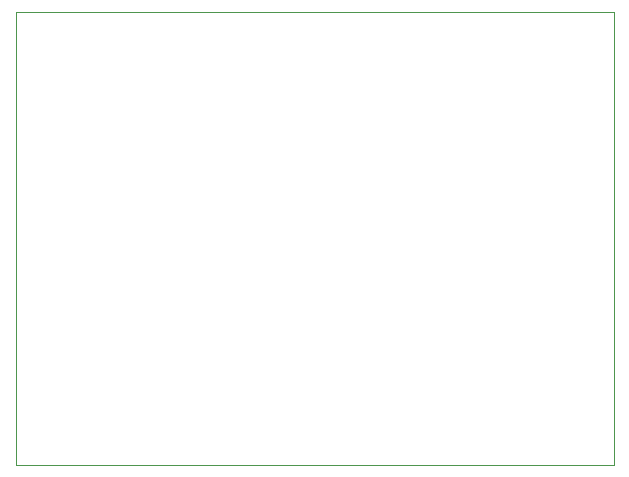
<source format=gbr>
%TF.GenerationSoftware,KiCad,Pcbnew,7.0.8*%
%TF.CreationDate,2024-04-14T12:45:35-04:00*%
%TF.ProjectId,tv desecrator,74762064-6573-4656-9372-61746f722e6b,rev?*%
%TF.SameCoordinates,Original*%
%TF.FileFunction,Profile,NP*%
%FSLAX46Y46*%
G04 Gerber Fmt 4.6, Leading zero omitted, Abs format (unit mm)*
G04 Created by KiCad (PCBNEW 7.0.8) date 2024-04-14 12:45:35*
%MOMM*%
%LPD*%
G01*
G04 APERTURE LIST*
%TA.AperFunction,Profile*%
%ADD10C,0.100000*%
%TD*%
G04 APERTURE END LIST*
D10*
X15951200Y-18211800D02*
X66598800Y-18211800D01*
X66598800Y-56591200D01*
X15951200Y-56591200D01*
X15951200Y-18211800D01*
M02*

</source>
